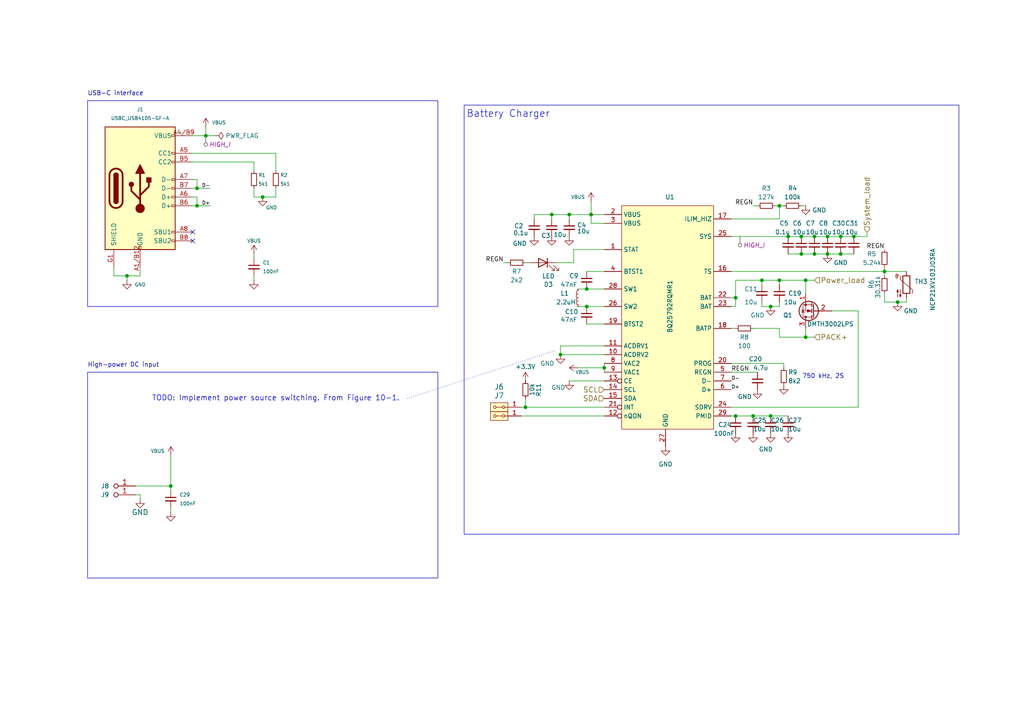
<source format=kicad_sch>
(kicad_sch (version 20231120) (generator "eeschema") (generator_version "8.0")
  (paper "A4")
  (title_block (rev "D"))
  (lib_symbols
    (symbol "Device:C_Small" (pin_numbers hide) (pin_names (offset 0.254) hide)
      (property "Reference" "C" (at 0.254 1.778 0))
      (property "Value" "C_Small" (at 0.254 -2.032 0))
      (symbol "C_Small_0_1"
        (polyline (pts (xy -1.524 -0.508) (xy 1.524 -0.508)) (stroke (width 0.3302)))
        (polyline (pts (xy -1.524 0.508) (xy 1.524 0.508)) (stroke (width 0.3048)))
      )
      (symbol "C_Small_1_1"
        (pin passive line (at 0 2.54 270) (length 2.032) (name "~") (number "1"))
        (pin passive line (at 0 -2.54 90) (length 2.032) (name "~") (number "2"))
      )
    )
    (symbol "Device:LED" (pin_numbers hide) (pin_names (offset 1.016) hide)
      (property "Reference" "D" (at 0 2.54 0))
      (property "Value" "LED" (at 0 -2.54 0))
      (symbol "LED_0_1"
        (polyline (pts (xy -1.27 -1.27) (xy -1.27 1.27)) (stroke (width 0.254)))
        (polyline (pts (xy -1.27 0) (xy 1.27 0)))
        (polyline (pts (xy 1.27 -1.27) (xy 1.27 1.27) (xy -1.27 0) (xy 1.27 -1.27)) (stroke (width 0.254)))
        (polyline (pts (xy -3.048 -0.762) (xy -4.572 -2.286) (xy -3.81 -2.286) (xy -4.572 -2.286) (xy -4.572 -1.524)))
        (polyline (pts (xy -1.778 -0.762) (xy -3.302 -2.286) (xy -2.54 -2.286) (xy -3.302 -2.286) (xy -3.302 -1.524)))
      )
      (symbol "LED_1_1"
        (pin passive line (at -3.81 0 0) (length 2.54) (name "K") (number "1"))
        (pin passive line (at 3.81 0 180) (length 2.54) (name "A") (number "2"))
      )
    )
    (symbol "Device:L_Small" (pin_numbers hide) (pin_names (offset 0.254) hide)
      (property "Reference" "L" (at 0.762 1.016 0))
      (property "Value" "L_Small" (at 0.762 -1.016 0))
      (symbol "L_Small_0_1"
        (arc (start 0 -2.032) (mid 0.5058 -1.524) (end 0 -1.016))
        (arc (start 0 -1.016) (mid 0.5058 -0.508) (end 0 0))
        (arc (start 0 0) (mid 0.5058 0.508) (end 0 1.016))
        (arc (start 0 1.016) (mid 0.5058 1.524) (end 0 2.032))
      )
      (symbol "L_Small_1_1"
        (pin passive line (at 0 2.54 270) (length 0.508) (name "~") (number "1"))
        (pin passive line (at 0 -2.54 90) (length 0.508) (name "~") (number "2"))
      )
    )
    (symbol "Device:Q_NMOS_SGD" (pin_names (offset 0) hide)
      (property "Reference" "Q" (at 5.08 1.27 0))
      (property "Value" "Q_NMOS_SGD" (at 5.08 -1.27 0))
      (symbol "Q_NMOS_SGD_0_1"
        (polyline (pts (xy 0.254 0) (xy -2.54 0)))
        (polyline (pts (xy 0.254 1.905) (xy 0.254 -1.905)) (stroke (width 0.254)))
        (polyline (pts (xy 0.762 -1.27) (xy 0.762 -2.286)) (stroke (width 0.254)))
        (polyline (pts (xy 0.762 0.508) (xy 0.762 -0.508)) (stroke (width 0.254)))
        (polyline (pts (xy 0.762 2.286) (xy 0.762 1.27)) (stroke (width 0.254)))
        (polyline (pts (xy 2.54 2.54) (xy 2.54 1.778)))
        (polyline (pts (xy 2.54 -2.54) (xy 2.54 0) (xy 0.762 0)))
        (polyline (pts (xy 0.762 -1.778) (xy 3.302 -1.778) (xy 3.302 1.778) (xy 0.762 1.778)))
        (polyline (pts (xy 1.016 0) (xy 2.032 0.381) (xy 2.032 -0.381) (xy 1.016 0)) (fill (type outline)))
        (polyline (pts (xy 2.794 0.508) (xy 2.921 0.381) (xy 3.683 0.381) (xy 3.81 0.254)))
        (polyline (pts (xy 3.302 0.381) (xy 2.921 -0.254) (xy 3.683 -0.254) (xy 3.302 0.381)))
        (circle (center 1.651 0) (radius 2.794) (stroke (width 0.254)))
        (circle (center 2.54 -1.778) (radius 0.254) (fill (type outline)))
        (circle (center 2.54 1.778) (radius 0.254) (fill (type outline)))
      )
      (symbol "Q_NMOS_SGD_1_1"
        (pin passive line (at 2.54 -5.08 90) (length 2.54) (name "S") (number "1"))
        (pin input line (at -5.08 0 0) (length 5.08) (name "G") (number "2"))
        (pin passive line (at 2.54 5.08 270) (length 2.54) (name "D") (number "3"))
      )
    )
    (symbol "Device:R_Small" (pin_numbers hide) (pin_names (offset 0.254) hide)
      (property "Reference" "R" (at 0.762 0.508 0))
      (property "Value" "R_Small" (at 0.762 -1.016 0))
      (symbol "R_Small_0_1"
        (rectangle (start -0.762 1.778) (end 0.762 -1.778) (stroke (width 0.2032)))
      )
      (symbol "R_Small_1_1"
        (pin passive line (at 0 2.54 270) (length 0.762) (name "~") (number "1"))
        (pin passive line (at 0 -2.54 90) (length 0.762) (name "~") (number "2"))
      )
    )
    (symbol "Device:Thermistor_NTC" (pin_numbers hide) (pin_names (offset 0))
      (property "Reference" "TH" (at -4.445 0 90))
      (property "Value" "Thermistor_NTC" (at 3.175 0 90))
      (symbol "Thermistor_NTC_0_1"
        (arc (start -3.048 2.159) (mid -3.0495 2.3143) (end -3.175 2.413))
        (arc (start -3.048 2.159) (mid -2.9736 1.9794) (end -2.794 1.905))
        (arc (start -3.048 2.794) (mid -2.9736 2.6144) (end -2.794 2.54))
        (arc (start -2.794 1.905) (mid -2.6144 1.9794) (end -2.54 2.159))
        (arc (start -2.794 2.54) (mid -2.4393 2.5587) (end -2.159 2.794))
        (arc (start -2.794 3.048) (mid -2.9736 2.9736) (end -3.048 2.794))
        (arc (start -2.54 2.794) (mid -2.6144 2.9736) (end -2.794 3.048))
        (rectangle (start -1.016 2.54) (end 1.016 -2.54) (stroke (width 0.254)))
        (polyline (pts (xy -2.54 2.159) (xy -2.54 2.794)))
        (polyline (pts (xy -1.778 2.54) (xy -1.778 1.524) (xy 1.778 -1.524) (xy 1.778 -2.54)))
        (polyline (pts (xy -2.54 -3.683) (xy -2.54 -1.397) (xy -2.794 -2.159) (xy -2.286 -2.159) (xy -2.54 -1.397) (xy -2.54 -1.651)) (fill (type outline)))
        (polyline (pts (xy -1.778 -1.397) (xy -1.778 -3.683) (xy -2.032 -2.921) (xy -1.524 -2.921) (xy -1.778 -3.683) (xy -1.778 -3.429)) (fill (type outline)))
      )
      (symbol "Thermistor_NTC_1_1"
        (pin passive line (at 0 3.81 270) (length 1.27) (name "~") (number "1"))
        (pin passive line (at 0 -3.81 90) (length 1.27) (name "~") (number "2"))
      )
    )
    (symbol "GND_4" (power) (pin_names (offset 0))
      (property "Value" "GND_4" (at 0 -3.81 0))
      (symbol "GND_4_0_1"
        (polyline (pts (xy 0 0) (xy 0 -1.27) (xy 1.27 -1.27) (xy 0 -2.54) (xy -1.27 -1.27) (xy 0 -1.27)))
      )
      (symbol "GND_4_1_1"
        (pin power_in line (at 0 0 270) (length 0) hide (name "GND") (number "1"))
      )
    )
    (symbol "LION2CELL01D-rescue:CONN1_1" (pin_names (offset 1.016) hide)
      (property "Reference" "J" (at 1.27 1.27 0))
      (property "Value" "CONN1_1" (at 2.54 -1.27 0))
      (symbol "CONN1_1_1_1"
        (pin passive inverted (at -7.62 1.27 0) (length 6.35) (name "P1") (number "1"))
      )
    )
    (symbol "LION2CELL01D-rescue:GND" (power) (pin_names (offset 0))
      (property "Value" "GND" (at 0 -3.81 0))
      (symbol "GND_0_1"
        (polyline (pts (xy 0 0) (xy 0 -1.27) (xy 1.27 -1.27) (xy 0 -2.54) (xy -1.27 -1.27) (xy 0 -1.27)))
      )
      (symbol "GND_1_1"
        (pin power_in line (at 0 0 270) (length 0) hide (name "GND") (number "1"))
      )
    )
    (symbol "LiPo_Charger_BQ25792RQMR:BQ25792RQMR"
      (property "Reference" "BQ25792RQMR" (at 0 1.27 0))
      (symbol "BQ25792RQMR_0_1"
        (rectangle (start -12.7 0) (end 13.97 -64.77) (fill (type background)))
      )
      (symbol "BQ25792RQMR_1_1"
        (pin bidirectional line (at -17.78 -12.7 0) (length 5.08) (name "STAT") (number "1"))
        (pin bidirectional line (at -17.78 -43.18 0) (length 5.08) (name "ACDRV2") (number "10"))
        (pin bidirectional line (at -17.78 -40.64 0) (length 5.08) (name "ACDRV1") (number "11"))
        (pin bidirectional inverted (at -17.78 -60.96 0) (length 5.08) (name "nQON") (number "12"))
        (pin bidirectional inverted (at -17.78 -50.8 0) (length 5.08) (name "CE") (number "13"))
        (pin bidirectional line (at -17.78 -53.34 0) (length 5.08) (name "SCL") (number "14"))
        (pin bidirectional line (at -17.78 -55.88 0) (length 5.08) (name "SDA") (number "15"))
        (pin bidirectional line (at 19.05 -19.05 180) (length 5.08) (name "TS") (number "16"))
        (pin bidirectional line (at 19.05 -3.81 180) (length 5.08) (name "ILIM_HIZ") (number "17"))
        (pin bidirectional line (at 19.05 -35.56 180) (length 5.08) (name "BATP") (number "18"))
        (pin bidirectional line (at -17.78 -34.29 0) (length 5.08) (name "BTST2") (number "19"))
        (pin bidirectional line (at -17.78 -2.54 0) (length 5.08) (name "VBUS") (number "2"))
        (pin bidirectional line (at 19.05 -45.72 180) (length 5.08) (name "PROG") (number "20"))
        (pin bidirectional inverted (at -17.78 -58.42 0) (length 5.08) (name "INT") (number "21"))
        (pin bidirectional line (at 19.05 -26.67 180) (length 5.08) (name "BAT") (number "22"))
        (pin bidirectional line (at 19.05 -29.21 180) (length 5.08) (name "BAT") (number "23"))
        (pin bidirectional line (at 19.05 -58.42 180) (length 5.08) (name "SDRV") (number "24"))
        (pin bidirectional line (at 19.05 -8.89 180) (length 5.08) (name "SYS") (number "25"))
        (pin bidirectional line (at -17.78 -29.21 0) (length 5.08) (name "SW2") (number "26"))
        (pin bidirectional line (at 0 -69.85 90) (length 5.08) (name "GND") (number "27"))
        (pin bidirectional line (at -17.78 -24.13 0) (length 5.08) (name "SW1") (number "28"))
        (pin bidirectional line (at 19.05 -60.96 180) (length 5.08) (name "PMID") (number "29"))
        (pin bidirectional line (at -17.78 -5.08 0) (length 5.08) (name "VBUS") (number "3"))
        (pin bidirectional line (at -17.78 -19.05 0) (length 5.08) (name "BTST1") (number "4"))
        (pin bidirectional line (at 19.05 -48.26 180) (length 5.08) (name "REGN") (number "5"))
        (pin bidirectional line (at 19.05 -53.34 180) (length 5.08) (name "D+") (number "6"))
        (pin bidirectional line (at 19.05 -50.8 180) (length 5.08) (name "D-") (number "7"))
        (pin bidirectional line (at -17.78 -45.72 0) (length 5.08) (name "VAC2") (number "8"))
        (pin bidirectional line (at -17.78 -48.26 0) (length 5.08) (name "VAC1") (number "9"))
      )
    )
    (symbol "MLAB_CONNECTORS:USBC_USB4105-GF-A" (pin_names (offset 1.016))
      (property "Reference" "J" (at -10.16 19.05 0))
      (property "Value" "USBC_USB4105-GF-A" (at 19.05 19.05 0))
      (symbol "USBC_USB4105-GF-A_0_0"
        (rectangle (start -0.254 -17.78) (end 0.254 -16.764))
        (rectangle (start 10.16 -14.986) (end 9.144 -15.494))
        (rectangle (start 10.16 -12.446) (end 9.144 -12.954))
        (rectangle (start 10.16 -4.826) (end 9.144 -5.334))
        (rectangle (start 10.16 -2.286) (end 9.144 -2.794))
        (rectangle (start 10.16 0.254) (end 9.144 -0.254))
        (rectangle (start 10.16 2.794) (end 9.144 2.286))
        (rectangle (start 10.16 7.874) (end 9.144 7.366))
        (rectangle (start 10.16 10.414) (end 9.144 9.906))
        (rectangle (start 10.16 15.494) (end 9.144 14.986))
      )
      (symbol "USBC_USB4105-GF-A_0_1"
        (rectangle (start -10.16 17.78) (end 10.16 -17.78) (stroke (width 0.254)) (fill (type background)))
        (arc (start -8.89 -3.81) (mid -6.985 -5.7067) (end -5.08 -3.81) (stroke (width 0.508)))
        (arc (start -7.62 -3.81) (mid -6.985 -4.4423) (end -6.35 -3.81) (stroke (width 0.254)))
        (arc (start -7.62 -3.81) (mid -6.985 -4.4423) (end -6.35 -3.81) (stroke (width 0.254)) (fill (type outline)))
        (rectangle (start -7.62 -3.81) (end -6.35 3.81) (stroke (width 0.254)) (fill (type outline)))
        (arc (start -6.35 3.81) (mid -6.985 4.4423) (end -7.62 3.81) (stroke (width 0.254)))
        (arc (start -6.35 3.81) (mid -6.985 4.4423) (end -7.62 3.81) (stroke (width 0.254)) (fill (type outline)))
        (arc (start -5.08 3.81) (mid -6.985 5.7067) (end -8.89 3.81) (stroke (width 0.508)))
        (circle (center -2.54 1.143) (radius 0.635) (stroke (width 0.254)) (fill (type outline)))
        (circle (center 0 -5.842) (radius 1.27) (fill (type outline)))
        (polyline (pts (xy -8.89 -3.81) (xy -8.89 3.81)) (stroke (width 0.508)))
        (polyline (pts (xy -5.08 3.81) (xy -5.08 -3.81)) (stroke (width 0.508)))
        (polyline (pts (xy 0 -5.842) (xy 0 4.318)) (stroke (width 0.508)))
        (polyline (pts (xy 0 -3.302) (xy -2.54 -0.762) (xy -2.54 0.508)) (stroke (width 0.508)))
        (polyline (pts (xy 0 -2.032) (xy 2.54 0.508) (xy 2.54 1.778)) (stroke (width 0.508)))
        (polyline (pts (xy -1.27 4.318) (xy 0 6.858) (xy 1.27 4.318) (xy -1.27 4.318)) (stroke (width 0.254)) (fill (type outline)))
        (rectangle (start 1.905 1.778) (end 3.175 3.048) (stroke (width 0.254)) (fill (type outline)))
      )
      (symbol "USBC_USB4105-GF-A_1_1"
        (pin passive line (at 0 -22.86 90) (length 5.08) (name "GND") (number "A1/B12"))
        (pin passive line (at 15.24 15.24 180) (length 5.08) (name "VBUS") (number "A4/B9"))
        (pin bidirectional line (at 15.24 10.16 180) (length 5.08) (name "CC1") (number "A5"))
        (pin bidirectional line (at 15.24 -2.54 180) (length 5.08) (name "D+") (number "A6"))
        (pin bidirectional line (at 15.24 2.54 180) (length 5.08) (name "D-") (number "A7"))
        (pin bidirectional line (at 15.24 -12.7 180) (length 5.08) (name "SBU1") (number "A8"))
        (pin passive line (at 0 -22.86 90) (length 5.08) hide (name "GND") (number "B1/A12"))
        (pin passive line (at 15.24 15.24 180) (length 5.08) hide (name "VBUS") (number "B4/A9"))
        (pin bidirectional line (at 15.24 7.62 180) (length 5.08) (name "CC2") (number "B5"))
        (pin bidirectional line (at 15.24 -5.08 180) (length 5.08) (name "D+") (number "B6"))
        (pin bidirectional line (at 15.24 0 180) (length 5.08) (name "D-") (number "B7"))
        (pin bidirectional line (at 15.24 -15.24 180) (length 5.08) (name "SBU2") (number "B8"))
        (pin passive line (at -7.62 -22.86 90) (length 5.08) (name "SHIELD") (number "G1"))
        (pin passive line (at -7.62 -22.86 90) (length 5.08) hide (name "SHIELD") (number "G2"))
        (pin passive line (at -7.62 -22.86 90) (length 5.08) hide (name "SHIELD") (number "G3"))
        (pin passive line (at -7.62 -22.86 90) (length 5.08) hide (name "SHIELD") (number "G4"))
      )
    )
    (symbol "MLAB_HEADER:HEADER_2x01_PARALLEL" (pin_names (offset 1.016))
      (property "Reference" "J" (at 0 -2.54 0))
      (property "Value" "HEADER_2x01_PARALLEL" (at 0 2.54 0))
      (symbol "HEADER_2x01_PARALLEL_0_1"
        (rectangle (start -2.54 1.27) (end 2.54 -1.27) (fill (type background)))
        (circle (center -1.27 0) (radius 0.381))
        (polyline (pts (xy -1.651 0) (xy -2.54 0)))
        (polyline (pts (xy -0.889 0) (xy 0.889 0)))
        (circle (center 1.27 0) (radius 0.381))
      )
      (symbol "HEADER_2x01_PARALLEL_1_1"
        (pin input line (at -6.35 0 0) (length 3.81) (name "~") (number "1"))
        (pin input line (at -6.35 0 0) (length 3.81) hide (name "~") (number "2"))
      )
    )
    (symbol "power:+3.3V" (power) (pin_numbers hide) (pin_names (offset 0) hide)
      (property "Value" "+3.3V" (at 0 3.556 0))
      (symbol "+3.3V_0_1"
        (polyline (pts (xy -0.762 1.27) (xy 0 2.54)))
        (polyline (pts (xy 0 0) (xy 0 2.54)))
        (polyline (pts (xy 0 2.54) (xy 0.762 1.27)))
      )
      (symbol "+3.3V_1_1"
        (pin power_in line (at 0 0 90) (length 0) (name "~") (number "1"))
      )
    )
    (symbol "power:GND" (power) (pin_names (offset 0))
      (property "Value" "GND" (at 0 -3.81 0))
      (symbol "GND_0_1"
        (polyline (pts (xy 0 0) (xy 0 -1.27) (xy 1.27 -1.27) (xy 0 -2.54) (xy -1.27 -1.27) (xy 0 -1.27)))
      )
      (symbol "GND_1_1"
        (pin power_in line (at 0 0 270) (length 0) hide (name "GND") (number "1"))
      )
    )
    (symbol "power:PWR_FLAG" (power) (pin_numbers hide) (pin_names (offset 0) hide)
      (property "Value" "PWR_FLAG" (at 0 3.81 0))
      (symbol "PWR_FLAG_0_0"
        (pin power_out line (at 0 0 90) (length 0) (name "pwr") (number "1"))
      )
      (symbol "PWR_FLAG_0_1"
        (polyline (pts (xy 0 0) (xy 0 1.27) (xy -1.016 1.905) (xy 0 2.54) (xy 1.016 1.905) (xy 0 1.27)))
      )
    )
    (symbol "power:VBUS" (power) (pin_names (offset 0))
      (property "Value" "VBUS" (at 0 3.81 0))
      (symbol "VBUS_0_1"
        (polyline (pts (xy -0.762 1.27) (xy 0 2.54)))
        (polyline (pts (xy 0 0) (xy 0 2.54)))
        (polyline (pts (xy 0 2.54) (xy 0.762 1.27)))
      )
      (symbol "VBUS_1_1"
        (pin power_in line (at 0 0 90) (length 0) hide (name "VBUS") (number "1"))
      )
    )
  )
  (junction (at 36.83 80.01))
  (junction (at 233.68 97.79))
  (junction (at 226.06 59.69))
  (junction (at 162.56 102.87))
  (junction (at 160.02 62.23))
  (junction (at 243.84 73.66))
  (junction (at 49.53 140.97))
  (junction (at 233.68 81.28))
  (junction (at 170.18 88.9))
  (junction (at 218.44 120.65))
  (junction (at 170.18 83.82))
  (junction (at 171.45 62.23))
  (junction (at 175.26 106.68))
  (junction (at 220.98 81.28))
  (junction (at 256.54 78.74))
  (junction (at 236.22 68.58))
  (junction (at 223.52 88.9))
  (junction (at 236.22 73.66))
  (junction (at 76.2 57.15))
  (junction (at 57.15 54.61))
  (junction (at 260.35 87.63))
  (junction (at 223.52 120.65))
  (junction (at 213.36 120.65))
  (junction (at 243.84 68.58))
  (junction (at 240.03 68.58))
  (junction (at 213.36 86.36))
  (junction (at 59.69 39.37))
  (junction (at 165.1 62.23))
  (junction (at 152.4 118.11))
  (junction (at 247.65 68.58))
  (junction (at 226.06 81.28))
  (junction (at 240.03 73.66))
  (junction (at 57.15 59.69))
  (junction (at 228.6 68.58))
  (junction (at 232.41 68.58))
  (junction (at 232.41 73.66))
  (no_connect (at 55.88 69.85))
  (no_connect (at 55.88 67.31))
  (wire (pts (xy 57.15 54.61) (xy 60.96 54.61)))
  (wire (pts (xy 226.06 81.28) (xy 233.68 81.28)))
  (wire (pts (xy 167.64 88.9) (xy 170.18 88.9)))
  (wire (pts (xy 73.66 57.15) (xy 76.2 57.15)))
  (wire (pts (xy 73.66 57.15) (xy 73.66 54.61)))
  (wire (pts (xy 236.22 68.58) (xy 240.03 68.58)))
  (wire (pts (xy 213.36 86.36) (xy 212.09 86.36)))
  (wire (pts (xy 165.1 110.49) (xy 175.26 110.49)))
  (wire (pts (xy 33.02 80.01) (xy 36.83 80.01)))
  (wire (pts (xy 223.52 120.65) (xy 228.6 120.65)))
  (wire (pts (xy 220.98 81.28) (xy 226.06 81.28)))
  (wire (pts (xy 243.84 68.58) (xy 240.03 68.58)))
  (wire (pts (xy 175.26 64.77) (xy 171.45 64.77)))
  (wire (pts (xy 36.83 80.01) (xy 40.64 80.01)))
  (wire (pts (xy 40.64 80.01) (xy 40.64 77.47)))
  (wire (pts (xy 262.89 87.63) (xy 262.89 86.36)))
  (wire (pts (xy 39.37 140.97) (xy 49.53 140.97)))
  (polyline (pts (xy 118.11 115.57) (xy 161.29 101.6)) (stroke (width 0) (type dot)))
  (wire (pts (xy 212.09 107.95) (xy 219.71 107.95)))
  (wire (pts (xy 152.4 76.2) (xy 153.67 76.2)))
  (wire (pts (xy 220.98 81.28) (xy 220.98 82.55)))
  (wire (pts (xy 228.6 68.58) (xy 232.41 68.58)))
  (wire (pts (xy 33.02 80.01) (xy 33.02 77.47)))
  (wire (pts (xy 170.18 93.98) (xy 175.26 93.98)))
  (wire (pts (xy 40.64 143.51) (xy 40.64 144.78)))
  (wire (pts (xy 213.36 86.36) (xy 213.36 88.9)))
  (wire (pts (xy 227.33 105.41) (xy 227.33 106.68)))
  (wire (pts (xy 212.09 68.58) (xy 228.6 68.58)))
  (wire (pts (xy 256.54 77.47) (xy 256.54 78.74)))
  (wire (pts (xy 256.54 85.09) (xy 256.54 87.63)))
  (wire (pts (xy 80.01 44.45) (xy 80.01 49.53)))
  (wire (pts (xy 240.03 73.66) (xy 243.84 73.66)))
  (wire (pts (xy 76.2 57.15) (xy 80.01 57.15)))
  (wire (pts (xy 243.84 73.66) (xy 247.65 73.66)))
  (wire (pts (xy 170.18 78.74) (xy 175.26 78.74)))
  (wire (pts (xy 213.36 95.25) (xy 212.09 95.25)))
  (wire (pts (xy 226.06 59.69) (xy 227.33 59.69)))
  (wire (pts (xy 241.3 90.17) (xy 248.92 90.17)))
  (wire (pts (xy 59.69 39.37) (xy 55.88 39.37)))
  (wire (pts (xy 218.44 95.25) (xy 226.06 95.25)))
  (wire (pts (xy 154.94 62.23) (xy 160.02 62.23)))
  (wire (pts (xy 213.36 81.28) (xy 213.36 86.36)))
  (wire (pts (xy 226.06 95.25) (xy 226.06 97.79)))
  (wire (pts (xy 233.68 95.25) (xy 233.68 97.79)))
  (wire (pts (xy 152.4 118.11) (xy 175.26 118.11)))
  (wire (pts (xy 175.26 106.68) (xy 175.26 107.95)))
  (wire (pts (xy 251.46 68.58) (xy 247.65 68.58)))
  (wire (pts (xy 256.54 78.74) (xy 256.54 80.01)))
  (wire (pts (xy 226.06 97.79) (xy 233.68 97.79)))
  (wire (pts (xy 39.37 143.51) (xy 40.64 143.51)))
  (wire (pts (xy 36.83 81.28) (xy 36.83 80.01)))
  (wire (pts (xy 57.15 59.69) (xy 60.96 59.69)))
  (wire (pts (xy 232.41 68.58) (xy 236.22 68.58)))
  (wire (pts (xy 226.06 88.9) (xy 226.06 87.63)))
  (wire (pts (xy 162.56 100.33) (xy 175.26 100.33)))
  (wire (pts (xy 167.64 83.82) (xy 170.18 83.82)))
  (wire (pts (xy 151.13 120.65) (xy 175.26 120.65)))
  (wire (pts (xy 151.13 118.11) (xy 152.4 118.11)))
  (wire (pts (xy 165.1 62.23) (xy 171.45 62.23)))
  (wire (pts (xy 233.68 81.28) (xy 233.68 85.09)))
  (wire (pts (xy 57.15 57.15) (xy 55.88 57.15)))
  (wire (pts (xy 160.02 62.23) (xy 165.1 62.23)))
  (wire (pts (xy 226.06 63.5) (xy 226.06 59.69)))
  (wire (pts (xy 59.69 39.37) (xy 62.23 39.37)))
  (wire (pts (xy 165.1 62.23) (xy 165.1 63.5)))
  (wire (pts (xy 256.54 78.74) (xy 262.89 78.74)))
  (wire (pts (xy 49.53 132.08) (xy 49.53 140.97)))
  (wire (pts (xy 218.44 120.65) (xy 223.52 120.65)))
  (wire (pts (xy 59.69 36.83) (xy 59.69 39.37)))
  (wire (pts (xy 233.68 81.28) (xy 236.22 81.28)))
  (wire (pts (xy 251.46 67.31) (xy 251.46 68.58)))
  (wire (pts (xy 220.98 88.9) (xy 223.52 88.9)))
  (wire (pts (xy 212.09 118.11) (xy 248.92 118.11)))
  (wire (pts (xy 171.45 58.42) (xy 171.45 62.23)))
  (wire (pts (xy 167.64 106.68) (xy 175.26 106.68)))
  (wire (pts (xy 57.15 52.07) (xy 57.15 54.61)))
  (wire (pts (xy 57.15 52.07) (xy 55.88 52.07)))
  (wire (pts (xy 166.37 72.39) (xy 175.26 72.39)))
  (wire (pts (xy 160.02 62.23) (xy 160.02 63.5)))
  (wire (pts (xy 55.88 46.99) (xy 73.66 46.99)))
  (wire (pts (xy 171.45 62.23) (xy 175.26 62.23)))
  (wire (pts (xy 228.6 73.66) (xy 232.41 73.66)))
  (wire (pts (xy 57.15 54.61) (xy 55.88 54.61)))
  (wire (pts (xy 224.79 59.69) (xy 226.06 59.69)))
  (wire (pts (xy 162.56 102.87) (xy 175.26 102.87)))
  (wire (pts (xy 55.88 44.45) (xy 80.01 44.45)))
  (wire (pts (xy 248.92 90.17) (xy 248.92 118.11)))
  (wire (pts (xy 212.09 88.9) (xy 213.36 88.9)))
  (wire (pts (xy 73.66 81.28) (xy 73.66 80.01)))
  (wire (pts (xy 57.15 59.69) (xy 55.88 59.69)))
  (wire (pts (xy 175.26 105.41) (xy 175.26 106.68)))
  (wire (pts (xy 170.18 83.82) (xy 175.26 83.82)))
  (wire (pts (xy 212.09 63.5) (xy 226.06 63.5)))
  (wire (pts (xy 260.35 87.63) (xy 262.89 87.63)))
  (wire (pts (xy 220.98 88.9) (xy 220.98 87.63)))
  (wire (pts (xy 218.44 59.69) (xy 219.71 59.69)))
  (wire (pts (xy 226.06 81.28) (xy 226.06 82.55)))
  (wire (pts (xy 73.66 73.66) (xy 73.66 74.93)))
  (wire (pts (xy 247.65 68.58) (xy 243.84 68.58)))
  (wire (pts (xy 223.52 88.9) (xy 226.06 88.9)))
  (wire (pts (xy 236.22 73.66) (xy 240.03 73.66)))
  (wire (pts (xy 170.18 88.9) (xy 175.26 88.9)))
  (wire (pts (xy 80.01 57.15) (xy 80.01 54.61)))
  (wire (pts (xy 161.29 76.2) (xy 166.37 76.2)))
  (wire (pts (xy 213.36 81.28) (xy 220.98 81.28)))
  (wire (pts (xy 212.09 120.65) (xy 213.36 120.65)))
  (wire (pts (xy 232.41 73.66) (xy 236.22 73.66)))
  (wire (pts (xy 49.53 140.97) (xy 49.53 142.24)))
  (wire (pts (xy 152.4 115.57) (xy 152.4 118.11)))
  (wire (pts (xy 256.54 87.63) (xy 260.35 87.63)))
  (wire (pts (xy 73.66 46.99) (xy 73.66 49.53)))
  (wire (pts (xy 49.53 148.59) (xy 49.53 147.32)))
  (wire (pts (xy 233.68 97.79) (xy 236.22 97.79)))
  (wire (pts (xy 146.05 76.2) (xy 147.32 76.2)))
  (wire (pts (xy 213.36 120.65) (xy 218.44 120.65)))
  (wire (pts (xy 212.09 78.74) (xy 256.54 78.74)))
  (wire (pts (xy 154.94 62.23) (xy 154.94 63.5)))
  (wire (pts (xy 162.56 100.33) (xy 162.56 102.87)))
  (wire (pts (xy 166.37 76.2) (xy 166.37 72.39)))
  (wire (pts (xy 212.09 105.41) (xy 227.33 105.41)))
  (wire (pts (xy 57.15 57.15) (xy 57.15 59.69)))
  (wire (pts (xy 232.41 59.69) (xy 233.68 59.69)))
  (wire (pts (xy 171.45 64.77) (xy 171.45 62.23)))
  (rectangle (start 25.4 107.95) (end 127 167.64))
  (rectangle (start 134.62 30.48) (end 278.13 154.94))
  (rectangle (start 25.4 29.21) (end 127 88.9))
  (text "Battery Charger\n" (at 135.255 34.29 0) (effects (font (size 2.032 2.032)) (justify left bottom)))
  (text "High-power DC input" (at 25.4 106.68 0) (effects (font (size 1.27 1.27)) (justify left bottom)))
  (text "USB-C interface" (at 25.4 27.94 0) (effects (font (size 1.27 1.27)) (justify left bottom)))
  (text "750 kHz, 2S" (at 238.76 109.22 0) (effects (font (size 1.27 1.27))))
  (text "TODO: Implement power source switching. From Figure 10-1." (at 80.01 115.57 0) (effects (font (size 1.524 1.524))))
  (label "REGN" (at 212.09 107.95 0))
  (label "REGN" (at 146.05 76.2 180))
  (label "D+" (at 212.09 113.03 0) (effects (font (size 1 1))))
  (label "D+" (at 60.96 59.69 180) (effects (font (size 1 1))))
  (label "D-" (at 60.96 54.61 180) (effects (font (size 1 1))))
  (label "REGN" (at 218.44 59.69 180))
  (label "D-" (at 212.09 110.49 0) (effects (font (size 1 1))))
  (label "REGN" (at 256.54 72.39 180))
  (hierarchical_label "Power_load" (shape input) (at 236.22 81.28 0) (effects (font (size 1.524 1.524))))
  (hierarchical_label "SDA" (shape input) (at 175.26 115.57 180) (effects (font (size 1.524 1.524))))
  (hierarchical_label "System_load" (shape input) (at 251.46 67.31 90) (effects (font (size 1.524 1.524))))
  (hierarchical_label "PACK+" (shape input) (at 236.22 97.79 0) (effects (font (size 1.524 1.524))))
  (hierarchical_label "SCL" (shape input) (at 175.26 113.03 180) (effects (font (size 1.524 1.524))))
  (netclass_flag "" (length 2.54) (shape round) (at 214.63 68.58 180) (property "Netclass" "HIGH_I" (at 215.5952 71.12 0) (effects (font (italic yes)) (justify left))))
  (netclass_flag "" (length 2.54) (shape round) (at 59.69 39.37 180) (property "Netclass" "HIGH_I" (at 60.6552 41.91 0) (effects (font (italic yes)) (justify left))))
  (symbol (lib_id "power:GND") (at 49.53 148.59 0) (unit 1)
    (property "Reference" "#PWR045" (effects (hide yes)))
    (property "Value" "GND" (effects (hide yes)))
  )
  (symbol (lib_id "Device:R_Small") (at 222.25 59.69 270) (unit 1)
    (property "Reference" "R3" (at 222.25 54.61 90))
    (property "Value" "127k" (at 222.25 57.15 90))
    (property "Footprint" "Resistor_SMD:R_0805_2012Metric" (effects (hide yes)))
  )
  (symbol (lib_id "power:VBUS") (at 49.53 132.08 0) (mirror y) (unit 1)
    (property "Reference" "#PWR044" (effects (hide yes)))
    (property "Value" "VBUS" (at 45.72 130.81 0) (effects (font (size 1 1))))
  )
  (symbol (lib_id "power:GND") (at 154.94 68.58 0) (unit 1)
    (property "Reference" "#PWR010" (effects (hide yes)))
    (property "Value" "GND" (at 150.749 70.612 0))
  )
  (symbol (lib_id "Device:C_Small") (at 247.65 71.12 0) (unit 1)
    (property "Reference" "C31" (at 245.11 64.77 0) (effects (justify left)))
    (property "Value" "10u" (at 245.11 67.31 0) (effects (justify left)))
    (property "Footprint" "Capacitor_SMD:C_0805_2012Metric" (effects (hide yes)))
  )
  (symbol (lib_id "power:VBUS") (at 59.69 36.83 0) (unit 1)
    (property "Reference" "#PWR01" (effects (hide yes)))
    (property "Value" "VBUS" (at 63.5 35.56 0) (effects (font (size 1 1))))
  )
  (symbol (lib_id "power:PWR_FLAG") (at 62.23 39.37 270) (unit 1)
    (property "Reference" "#FLG01" (effects (hide yes)))
    (property "Value" "PWR_FLAG" (at 65.405 39.37 90) (effects (justify left)))
  )
  (symbol (lib_id "power:GND") (at 165.1 68.58 0) (unit 1)
    (property "Reference" "#PWR012" (effects (hide yes)))
    (property "Value" "GND" (effects (hide yes)))
  )
  (symbol (lib_id "Device:C_Small") (at 232.41 71.12 0) (unit 1)
    (property "Reference" "C6" (at 229.87 64.77 0) (effects (justify left)))
    (property "Value" "10u" (at 229.87 67.31 0) (effects (justify left)))
    (property "Footprint" "Capacitor_SMD:C_0805_2012Metric" (effects (hide yes)))
  )
  (symbol (lib_id "Device:C_Small") (at 73.66 77.47 0) (unit 1)
    (property "Reference" "C1" (at 76.2 76.2 0) (effects (font (size 1 1)) (justify left)))
    (property "Value" "100nF" (at 76.2 78.74 0) (effects (font (size 1 1)) (justify left)))
    (property "Footprint" "Capacitor_SMD:C_0805_2012Metric" (effects (hide yes)))
    (property "MFPN" "C0805 1u" (effects (hide yes)))
    (property "UST_ID" "5c70984712875079b91f8b45" (effects (hide yes)))
    (property "MPN" "C0805 1u" (effects (hide yes)))
  )
  (symbol (lib_id "Device:LED") (at 157.48 76.2 0) (mirror y) (unit 1)
    (property "Reference" "D3" (at 159.0675 82.5035 0))
    (property "Value" "LED" (at 159.0675 80.0792 0))
    (property "Footprint" "Mlab_D:LED_1206" (effects (hide yes)))
    (property "Description" "Light emitting diode" (effects (hide yes)))
  )
  (symbol (lib_id "Device:C_Small") (at 160.02 66.04 0) (unit 1)
    (property "Reference" "C3" (at 156.972 68.326 0) (effects (justify left)))
    (property "Value" "10u" (at 160.528 68.072 0) (effects (justify left)))
    (property "Footprint" "Capacitor_SMD:C_0805_2012Metric" (effects (hide yes)))
  )
  (symbol (lib_id "power:GND") (at 223.52 88.9 0) (unit 1)
    (property "Reference" "#PWR015" (effects (hide yes)))
    (property "Value" "GND" (at 219.71 91.44 0))
  )
  (symbol (lib_id "Device:C_Small") (at 218.44 123.19 0) (unit 1)
    (property "Reference" "C25" (at 218.44 121.92 0) (effects (justify left)))
    (property "Value" "10u" (at 218.44 124.46 0) (effects (justify left)))
    (property "Footprint" "Capacitor_SMD:C_0805_2012Metric" (effects (hide yes)))
  )
  (symbol (lib_id "power:GND") (at 160.02 68.58 0) (unit 1)
    (property "Reference" "#PWR011" (effects (hide yes)))
    (property "Value" "GND" (effects (hide yes)))
  )
  (symbol (lib_id "power:VBUS") (at 73.66 73.66 0) (unit 1)
    (property "Reference" "#PWR03" (effects (hide yes)))
    (property "Value" "VBUS" (at 73.66 69.85 0) (effects (font (size 1 1))))
  )
  (symbol (lib_id "power:+3.3V") (at 152.4 110.49 0) (unit 1)
    (property "Reference" "#PWR042" (effects (hide yes)))
    (property "Value" "+3.3V" (at 152.4 106.3569 0))
    (property "Description" "Power symbol creates a global label with name \"+3.3V\"" (effects (hide yes)))
  )
  (symbol (lib_id "Device:R_Small") (at 227.33 109.22 0) (unit 1)
    (property "Reference" "R9" (at 228.6 107.95 0) (effects (justify left)))
    (property "Value" "8k2" (at 228.6 110.49 0) (effects (justify left)))
    (property "Footprint" "Resistor_SMD:R_0805_2012Metric" (effects (hide yes)))
  )
  (symbol (lib_id "Device:C_Small") (at 226.06 85.09 0) (unit 1)
    (property "Reference" "C19" (at 228.6 85.09 0) (effects (justify left)))
    (property "Value" "10u" (at 227.33 87.63 0) (effects (justify left)))
    (property "Footprint" "Capacitor_SMD:C_0805_2012Metric" (effects (hide yes)))
  )
  (symbol (lib_id "Device:Q_NMOS_SGD") (at 236.22 90.17 180) (unit 1)
    (property "Reference" "Q1" (at 229.87 91.4401 0) (effects (justify left)))
    (property "Value" "DMTH3002LPS" (at 247.65 93.98 0) (effects (justify left)))
    (property "Footprint" "Mlab_T:D_POWERDI5060-8_6.0x5.1mm_P1.27mm" (effects (hide yes)))
    (property "Datasheet" "https://eu.mouser.com/datasheet/2/115/DIOD_S_A0003132884_1-2542222.pdf" (effects (hide yes)))
    (property "Description" "N-MOSFET transistor, source/gate/drain" (effects (hide yes)))
    (property "UST_ID" "669990696fdfe6f54e2eb28a" (effects (hide yes)))
  )
  (symbol (lib_id "Device:C_Small") (at 219.71 110.49 0) (unit 1)
    (property "Reference" "C20" (at 217.17 104.14 0) (effects (justify left)))
    (property "Value" "4.7u" (at 218.44 106.68 0) (effects (justify left)))
    (property "Footprint" "Capacitor_SMD:C_0805_2012Metric" (effects (hide yes)))
  )
  (symbol (lib_id "Device:R_Small") (at 256.54 82.55 0) (unit 1)
    (property "Reference" "R6" (at 252.73 83.82 90) (effects (justify left)))
    (property "Value" "30.31k" (at 254.635 86.614 90) (effects (justify left)))
    (property "Footprint" "Resistor_SMD:R_0805_2012Metric" (effects (hide yes)))
  )
  (symbol (lib_id "power:GND") (at 219.71 113.03 0) (unit 1)
    (property "Reference" "#PWR021" (effects (hide yes)))
    (property "Value" "GND" (at 216.027 115.062 0))
  )
  (symbol (lib_id "Device:C_Small") (at 170.18 81.28 0) (unit 1)
    (property "Reference" "C9" (at 165.1 80.01 0) (effects (justify left)))
    (property "Value" "47nF" (at 162.56 82.55 0) (effects (justify left)))
    (property "Footprint" "Capacitor_SMD:C_0805_2012Metric" (effects (hide yes)))
  )
  (symbol (lib_id "LION2CELL01D-rescue:GND") (at 40.64 144.78 0) (unit 1)
    (property "Reference" "#PWR043" (effects (hide yes)))
    (property "Value" "GND" (at 40.64 148.59 0) (effects (font (size 1.524 1.524))))
  )
  (symbol (lib_id "LION2CELL01D-rescue:CONN1_1") (at 31.75 142.24 180) (unit 1)
    (property "Reference" "J9" (at 30.48 143.51 0))
    (property "Value" "CONN1_1" (effects (hide yes)))
    (property "Footprint" "Mlab_CON:WAGO256" (effects (hide yes)))
  )
  (symbol (lib_id "power:GND") (at 218.44 125.73 0) (unit 1)
    (property "Reference" "#PWR035" (effects (hide yes)))
    (property "Value" "GND" (effects (hide yes)))
  )
  (symbol (lib_id "power:VBUS") (at 171.45 58.42 0) (mirror y) (unit 1)
    (property "Reference" "#PWR06" (effects (hide yes)))
    (property "Value" "VBUS" (at 167.64 57.15 0) (effects (font (size 1 1))))
  )
  (symbol (lib_id "Device:C_Small") (at 228.6 71.12 0) (unit 1)
    (property "Reference" "C5" (at 226.06 64.77 0) (effects (justify left)))
    (property "Value" "0.1u" (at 224.79 67.31 0) (effects (justify left)))
    (property "Footprint" "Capacitor_SMD:C_0603_1608Metric" (effects (hide yes)))
  )
  (symbol (lib_id "power:GND") (at 227.33 111.76 0) (unit 1)
    (property "Reference" "#PWR020" (effects (hide yes)))
    (property "Value" "GND" (effects (hide yes)))
  )
  (symbol (lib_id "power:GND") (at 36.83 81.28 0) (unit 1)
    (property "Reference" "#PWR07" (effects (hide yes)))
    (property "Value" "GND" (at 40.64 82.55 0) (effects (font (size 1 1))))
  )
  (symbol (lib_id "Device:C_Small") (at 228.6 123.19 0) (unit 1)
    (property "Reference" "C27" (at 228.6 121.92 0) (effects (justify left)))
    (property "Value" "10u" (at 228.6 124.46 0) (effects (justify left)))
    (property "Footprint" "Capacitor_SMD:C_0805_2012Metric" (effects (hide yes)))
  )
  (symbol (lib_id "Device:R_Small") (at 256.54 74.93 0) (unit 1)
    (property "Reference" "R5" (at 251.46 73.66 0) (effects (justify left)))
    (property "Value" "5.24k" (at 250.19 76.2 0) (effects (justify left)))
    (property "Footprint" "Resistor_SMD:R_0805_2012Metric" (effects (hide yes)))
  )
  (symbol (lib_id "MLAB_HEADER:HEADER_2x01_PARALLEL") (at 144.78 118.11 180) (unit 1)
    (property "Reference" "J6" (at 144.78 112.2096 0) (effects (font (size 1.524 1.524))))
    (property "Value" "HEADER_2x01_PARALLEL" (effects (hide yes)))
    (property "Footprint" "Mlab_Pin_Headers:Straight_2x01" (effects (hide yes)))
    (property "Description" "2x01 2.54 mm pitch header, 2 pins next to each other are connected" (effects (hide yes)))
  )
  (symbol (lib_id "Device:C_Small") (at 220.98 85.09 0) (unit 1)
    (property "Reference" "C11" (at 215.9 83.82 0) (effects (justify left)))
    (property "Value" "10u" (at 215.9 87.63 0) (effects (justify left)))
    (property "Footprint" "Capacitor_SMD:C_0805_2012Metric" (effects (hide yes)))
  )
  (symbol (lib_id "Device:R_Small") (at 152.4 113.03 0) (mirror y) (unit 1)
    (property "Reference" "R11" (at 156.21 111.125 90) (effects (justify right)))
    (property "Value" "10k" (at 154.305 111.125 90) (effects (justify right)))
    (property "Footprint" "Resistor_SMD:R_0805_2012Metric" (effects (hide yes)))
  )
  (symbol (lib_id "Device:C_Small") (at 223.52 123.19 0) (unit 1)
    (property "Reference" "C26" (at 223.52 121.92 0) (effects (justify left)))
    (property "Value" "10u" (at 223.52 124.46 0) (effects (justify left)))
    (property "Footprint" "Capacitor_SMD:C_0805_2012Metric" (effects (hide yes)))
  )
  (symbol (lib_id "Device:C_Small") (at 170.18 91.44 0) (unit 1)
    (property "Reference" "C10" (at 163.83 90.424 0) (effects (justify left)))
    (property "Value" "47nF" (at 162.56 92.71 0) (effects (justify left)))
    (property "Footprint" "Capacitor_SMD:C_0805_2012Metric" (effects (hide yes)))
  )
  (symbol (lib_id "power:GND") (at 73.66 81.28 0) (unit 1)
    (property "Reference" "#PWR05" (effects (hide yes)))
    (property "Value" "GND" (effects (hide yes)))
  )
  (symbol (lib_id "LiPo_Charger_BQ25792RQMR:BQ25792RQMR") (at 193.04 59.69 0) (unit 1)
    (property "Reference" "U1" (at 194.31 57.15 0))
    (property "Value" "BQ25792RQMR1" (at 194.31 88.9 90))
    (property "Footprint" "Mlab_IO:Texas_RQM0029A_VQFN-HR-28_4x4mm_P0.5mm" (effects (hide yes)))
    (property "Datasheet" "https://www.ti.com/lit/ds/symlink/bq25792.pdf" (effects (hide yes)))
  )
  (symbol (lib_id "Device:R_Small") (at 215.9 95.25 90) (unit 1)
    (property "Reference" "R8" (at 215.9 97.79 90))
    (property "Value" "100" (at 215.9 100.33 90))
    (property "Footprint" "Resistor_SMD:R_0805_2012Metric" (effects (hide yes)))
  )
  (symbol (lib_id "power:GND") (at 165.1 110.49 0) (mirror y) (unit 1)
    (property "Reference" "#PWR019" (effects (hide yes)))
    (property "Value" "GND" (at 161.925 112.395 0))
  )
  (symbol (lib_id "Device:Thermistor_NTC") (at 262.89 82.55 0) (unit 1)
    (property "Reference" "TH3" (at 265.303 81.6553 0) (effects (justify left)))
    (property "Value" "NCP21XV103J03RA" (at 270.51 90.17 90) (effects (justify left)))
    (property "Footprint" "Resistor_SMD:R_0805_2012Metric" (effects (hide yes)))
    (property "Description" "Temperature dependent resistor, negative temperature coefficient" (effects (hide yes)))
    (property "UST_ID" "5c70984712875079b91f8ac5" (effects (hide yes)))
  )
  (symbol (lib_id "Device:R_Small") (at 73.66 52.07 180) (unit 1)
    (property "Reference" "R1" (at 74.93 50.8 0) (effects (font (size 1 1)) (justify right)))
    (property "Value" "5k1" (at 74.93 53.34 0) (effects (font (size 1 1)) (justify right)))
    (property "Footprint" "Resistor_SMD:R_0805_2012Metric" (effects (hide yes)))
    (property "UST_ID" "5fa0fc3e12875025b3977997" (effects (hide yes)))
  )
  (symbol (lib_id "Device:R_Small") (at 229.87 59.69 90) (unit 1)
    (property "Reference" "R4" (at 229.87 54.61 90))
    (property "Value" "100k" (at 229.87 57.15 90))
    (property "Footprint" "Resistor_SMD:R_0805_2012Metric" (effects (hide yes)))
  )
  (symbol (lib_id "power:GND") (at 193.04 129.54 0) (unit 1)
    (property "Reference" "#PWR040" (effects (hide yes)))
    (property "Value" "GND" (at 193.04 134.62 0))
  )
  (symbol (lib_id "Device:C_Small") (at 154.94 66.04 0) (unit 1)
    (property "Reference" "C2" (at 149.098 65.532 0) (effects (justify left)))
    (property "Value" "0.1u" (at 148.844 67.564 0) (effects (justify left)))
    (property "Footprint" "Capacitor_SMD:C_0805_2012Metric" (effects (hide yes)))
  )
  (symbol (lib_id "Device:C_Small") (at 213.36 123.19 0) (unit 1)
    (property "Reference" "C24" (at 208.28 123.19 0) (effects (justify left)))
    (property "Value" "100nF" (at 207.01 125.73 0) (effects (justify left)))
    (property "Footprint" "Capacitor_SMD:C_0603_1608Metric" (effects (hide yes)))
  )
  (symbol (lib_id "Device:C_Small") (at 240.03 71.12 0) (unit 1)
    (property "Reference" "C8" (at 237.49 64.77 0) (effects (justify left)))
    (property "Value" "10u" (at 237.49 67.31 0) (effects (justify left)))
    (property "Footprint" "Capacitor_SMD:C_0805_2012Metric" (effects (hide yes)))
  )
  (symbol (lib_id "power:GND") (at 162.56 102.87 0) (unit 1)
    (property "Reference" "#PWR017" (effects (hide yes)))
    (property "Value" "GND" (at 158.75 105.41 0))
  )
  (symbol (lib_name "GND_4") (lib_id "power:GND") (at 76.2 57.15 0) (unit 1)
    (property "Reference" "#PWR04" (effects (hide yes)))
    (property "Value" "GND" (at 78.74 60.198 0) (effects (font (size 1 1))))
  )
  (symbol (lib_id "Device:R_Small") (at 80.01 52.07 180) (unit 1)
    (property "Reference" "R2" (at 81.28 50.8 0) (effects (font (size 1 1)) (justify right)))
    (property "Value" "5k1" (at 81.28 53.34 0) (effects (font (size 1 1)) (justify right)))
    (property "Footprint" "Resistor_SMD:R_0805_2012Metric" (effects (hide yes)))
    (property "UST_ID" "5fa0fc3e12875025b3977997" (effects (hide yes)))
  )
  (symbol (lib_id "Device:C_Small") (at 165.1 66.04 0) (unit 1)
    (property "Reference" "C4" (at 167.386 65.278 0) (effects (justify left)))
    (property "Value" "10u" (at 167.386 67.056 0) (effects (justify left)))
    (property "Footprint" "Capacitor_SMD:C_0805_2012Metric" (effects (hide yes)))
  )
  (symbol (lib_id "MLAB_CONNECTORS:USBC_USB4105-GF-A") (at 40.64 54.61 0) (unit 1)
    (property "Reference" "J1" (at 40.64 31.75 0) (effects (font (size 1 1))))
    (property "Value" "USBC_USB4105-GF-A" (at 40.64 34.29 0) (effects (font (size 1 1))))
    (property "Footprint" "Mlab_CON:USBC GCT_USB4105-GF-A" (effects (hide yes)))
    (property "MFPN" "USB4105-GF-A" (effects (hide yes)))
    (property "UST_ID" "5fa0f94612875025b397795e" (effects (hide yes)))
    (property "MPN" "USB4105-GF-A" (effects (hide yes)))
  )
  (symbol (lib_id "Device:R_Small") (at 149.86 76.2 90) (unit 1)
    (property "Reference" "R7" (at 149.86 78.74 90))
    (property "Value" "2k2" (at 149.86 81.28 90))
    (property "Footprint" "Resistor_SMD:R_0805_2012Metric" (effects (hide yes)))
  )
  (symbol (lib_id "power:GND") (at 233.68 59.69 0) (unit 1)
    (property "Reference" "#PWR09" (effects (hide yes)))
    (property "Value" "GND" (at 235.585 60.96 0) (effects (justify left)))
  )
  (symbol (lib_id "power:GND") (at 223.52 125.73 0) (unit 1)
    (property "Reference" "#PWR036" (effects (hide yes)))
    (property "Value" "GND" (effects (hide yes)))
  )
  (symbol (lib_id "LION2CELL01D-rescue:CONN1_1") (at 31.75 139.7 180) (unit 1)
    (property "Reference" "J8" (at 30.48 140.97 0))
    (property "Value" "CONN1_1" (effects (hide yes)))
    (property "Footprint" "Mlab_CON:WAGO256" (effects (hide yes)))
  )
  (symbol (lib_id "Device:C_Small") (at 243.84 71.12 0) (unit 1)
    (property "Reference" "C30" (at 241.3 64.77 0) (effects (justify left)))
    (property "Value" "10u" (at 241.3 67.31 0) (effects (justify left)))
    (property "Footprint" "Capacitor_SMD:C_0805_2012Metric" (effects (hide yes)))
  )
  (symbol (lib_id "Device:C_Small") (at 236.22 71.12 0) (unit 1)
    (property "Reference" "C7" (at 233.68 64.77 0) (effects (justify left)))
    (property "Value" "10u" (at 233.68 67.31 0) (effects (justify left)))
    (property "Footprint" "Capacitor_SMD:C_0805_2012Metric" (effects (hide yes)))
  )
  (symbol (lib_id "power:GND") (at 260.35 87.63 0) (unit 1)
    (property "Reference" "#PWR014" (effects (hide yes)))
    (property "Value" "GND" (at 264.16 90.17 0))
  )
  (symbol (lib_id "power:GND") (at 240.03 73.66 0) (unit 1)
    (property "Reference" "#PWR013" (effects (hide yes)))
    (property "Value" "GND" (at 243.84 76.2 0))
  )
  (symbol (lib_id "Device:L_Small") (at 167.64 86.36 180) (unit 1)
    (property "Reference" "L1" (at 162.56 85.09 0) (effects (justify right)))
    (property "Value" "2.2uH" (at 161.29 87.63 0) (effects (justify right)))
    (property "Footprint" "Inductor_SMD:L_Vishay_IHLP-2020" (effects (hide yes)))
    (property "Datasheet" "https://www.vishay.com/docs/34563/ihlp-2020cz-8a.pdf" (effects (hide yes)))
    (property "UST_ID" "669e8efe6fdfe6f54e2eb7e6" (effects (hide yes)))
  )
  (symbol (lib_id "MLAB_HEADER:HEADER_2x01_PARALLEL") (at 144.78 120.65 180) (unit 1)
    (property "Reference" "J7" (at 144.78 114.7496 0) (effects (font (size 1.524 1.524))))
    (property "Value" "HEADER_2x01_PARALLEL" (effects (hide yes)))
    (property "Footprint" "Mlab_Pin_Headers:Straight_2x01" (effects (hide yes)))
    (property "Description" "2x01 2.54 mm pitch header, 2 pins next to each other are connected" (effects (hide yes)))
  )
  (symbol (lib_id "Device:C_Small") (at 49.53 144.78 0) (unit 1)
    (property "Reference" "C29" (at 52.07 143.51 0) (effects (font (size 1 1)) (justify left)))
    (property "Value" "100nF" (at 52.07 146.05 0) (effects (font (size 1 1)) (justify left)))
    (property "Footprint" "Capacitor_SMD:C_0805_2012Metric" (effects (hide yes)))
    (property "MFPN" "C0805 1u" (effects (hide yes)))
    (property "UST_ID" "5c70984712875079b91f8b45" (effects (hide yes)))
    (property "MPN" "C0805 1u" (effects (hide yes)))
  )
  (symbol (lib_id "power:VBUS") (at 167.64 106.68 90) (mirror x) (unit 1)
    (property "Reference" "#PWR046" (effects (hide yes)))
    (property "Value" "VBUS" (at 168.91 107.95 90) (effects (font (size 1 1))))
  )
  (symbol (lib_id "power:GND") (at 228.6 125.73 0) (unit 1)
    (property "Reference" "#PWR038" (effects (hide yes)))
    (property "Value" "GND" (effects (hide yes)))
  )
  (symbol (lib_id "power:GND") (at 213.36 125.73 0) (unit 1)
    (property "Reference" "#PWR022" (effects (hide yes)))
    (property "Value" "GND" (at 222.123 130.302 0))
  )
)
</source>
